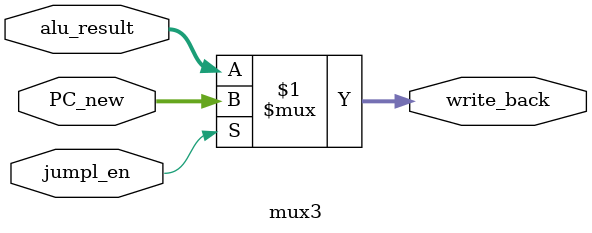
<source format=v>
module mux3(
    input jumpl_en,
    input [31:0]PC_new,
    input [31:0]alu_result,
    output [31:0] write_back
);

assign write_back = (jumpl_en) ? PC_new : alu_result;

endmodule   
</source>
